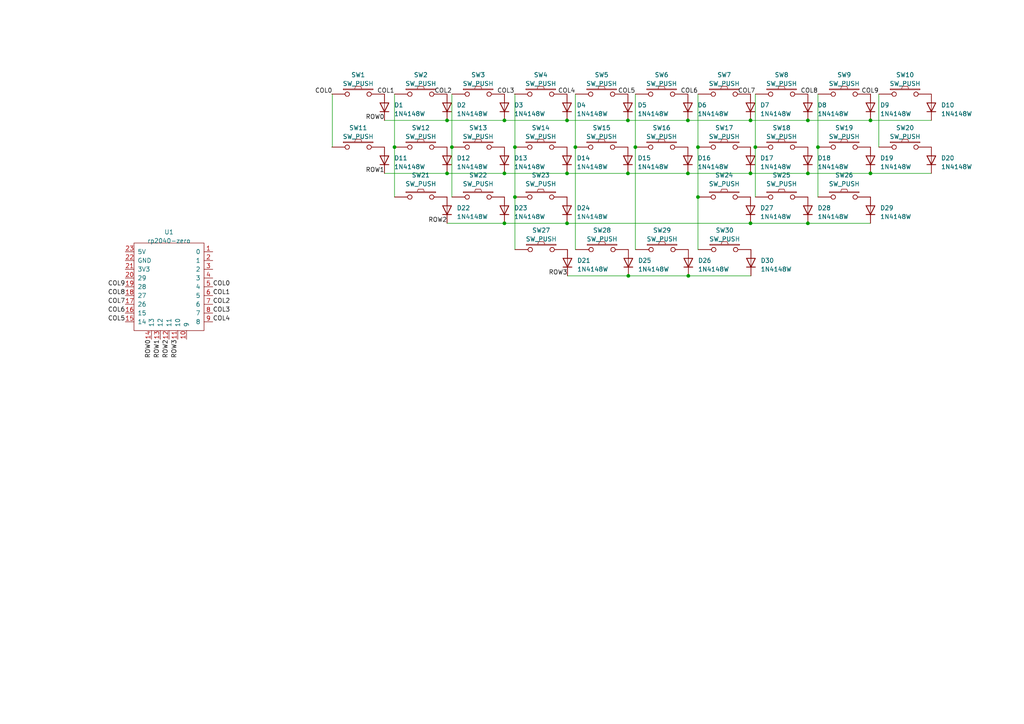
<source format=kicad_sch>
(kicad_sch (version 20230121) (generator eeschema)
  (paper "A4")
  (lib_symbols
    (symbol "Diode:1N4148W" (pin_numbers hide) (pin_names hide)
      (property "Reference" "D" (at 0 2.54 0))
      (property "Value" "1N4148W" (at 0 -2.54 0))
      (symbol "1N4148W_0_1"
        (polyline (pts (xy -1.27 1.27) (xy -1.27 -1.27)) (stroke (width 0.254)))
        (polyline (pts (xy 1.27 0) (xy -1.27 0)))
        (polyline (pts (xy 1.27 1.27) (xy 1.27 -1.27) (xy -1.27 0) (xy 1.27 1.27)) (stroke (width 0.254)))
      )
      (symbol "1N4148W_1_1"
        (pin passive line (at -3.81 0 0) (length 2.54) (name "K") (number "1"))
        (pin passive line (at 3.81 0 180) (length 2.54) (name "A") (number "2"))
      )
    )
    (symbol "kbd:SW_PUSH" (pin_numbers hide) (pin_names (offset 1.016) hide)
      (property "Reference" "SW" (at 3.81 2.794 0))
      (property "Value" "SW_PUSH" (at 0 -2.032 0))
      (symbol "SW_PUSH_0_1"
        (rectangle (start -4.318 1.27) (end 4.318 1.524))
        (polyline (pts (xy -1.016 1.524) (xy -0.762 2.286) (xy 0.762 2.286) (xy 1.016 1.524)))
        (pin passive inverted (at -7.62 0 0) (length 5.08) (name "1") (number "1"))
        (pin passive inverted (at 7.62 0 180) (length 5.08) (name "2") (number "2"))
      )
    )
    (symbol "mcu:rp2040-zero" (pin_names (offset 1.016))
      (property "Reference" "U" (at 0 15.24 0))
      (property "Value" "rp2040-zero" (at 0 12.7 0))
      (symbol "rp2040-zero_0_1"
        (rectangle (start -10.16 11.43) (end 10.16 -13.97))
      )
      (symbol "rp2040-zero_1_1"
        (pin bidirectional line (at 12.7 8.89 180) (length 2.54) (name "0") (number "1"))
        (pin bidirectional line (at 5.08 -16.51 90) (length 2.54) (name "9") (number "10"))
        (pin bidirectional line (at 2.54 -16.51 90) (length 2.54) (name "10") (number "11"))
        (pin bidirectional line (at 0 -16.51 90) (length 2.54) (name "11") (number "12"))
        (pin bidirectional line (at -2.54 -16.51 90) (length 2.54) (name "12") (number "13"))
        (pin bidirectional line (at -5.08 -16.51 90) (length 2.54) (name "13") (number "14"))
        (pin bidirectional line (at -12.7 -11.43 0) (length 2.54) (name "14") (number "15"))
        (pin bidirectional line (at -12.7 -8.89 0) (length 2.54) (name "15") (number "16"))
        (pin bidirectional line (at -12.7 -6.35 0) (length 2.54) (name "26") (number "17"))
        (pin bidirectional line (at -12.7 -3.81 0) (length 2.54) (name "27") (number "18"))
        (pin bidirectional line (at -12.7 -1.27 0) (length 2.54) (name "28") (number "19"))
        (pin bidirectional line (at 12.7 6.35 180) (length 2.54) (name "1") (number "2"))
        (pin bidirectional line (at -12.7 1.27 0) (length 2.54) (name "29") (number "20"))
        (pin power_out line (at -12.7 3.81 0) (length 2.54) (name "3V3") (number "21"))
        (pin power_out line (at -12.7 6.35 0) (length 2.54) (name "GND") (number "22"))
        (pin power_out line (at -12.7 8.89 0) (length 2.54) (name "5V") (number "23"))
        (pin bidirectional line (at 12.7 3.81 180) (length 2.54) (name "2") (number "3"))
        (pin bidirectional line (at 12.7 1.27 180) (length 2.54) (name "3") (number "4"))
        (pin bidirectional line (at 12.7 -1.27 180) (length 2.54) (name "4") (number "5"))
        (pin bidirectional line (at 12.7 -3.81 180) (length 2.54) (name "5") (number "6"))
        (pin bidirectional line (at 12.7 -6.35 180) (length 2.54) (name "6") (number "7"))
        (pin bidirectional line (at 12.7 -8.89 180) (length 2.54) (name "7") (number "8"))
        (pin bidirectional line (at 12.7 -11.43 180) (length 2.54) (name "8") (number "9"))
      )
    )
  )
  (junction (at 131.064 42.672))
  (junction (at 149.352 57.15))
  (junction (at 129.667 34.925))
  (junction (at 164.465 64.77))
  (junction (at 237.236 42.672))
  (junction (at 217.678 64.77))
  (junction (at 114.427 42.672))
  (junction (at 182.118 34.925))
  (junction (at 202.438 42.672))
  (junction (at 199.517 34.925))
  (junction (at 202.438 57.15))
  (junction (at 146.304 64.77))
  (junction (at 164.465 34.925))
  (junction (at 199.517 50.292))
  (junction (at 146.304 50.292))
  (junction (at 234.315 34.925))
  (junction (at 217.678 34.925))
  (junction (at 146.304 34.925))
  (junction (at 182.245 80.01))
  (junction (at 129.667 50.292))
  (junction (at 234.315 50.292))
  (junction (at 164.465 50.292))
  (junction (at 234.315 64.77))
  (junction (at 182.118 50.292))
  (junction (at 199.644 80.01))
  (junction (at 166.878 42.672))
  (junction (at 184.277 42.672))
  (junction (at 217.678 50.292))
  (junction (at 219.075 42.672))
  (junction (at 252.476 34.925))
  (junction (at 149.352 42.672))
  (junction (at 252.476 50.292))
  (wire (pts (xy 149.225 57.15) (xy 149.352 57.15)))
  (wire (pts (xy 217.678 34.925) (xy 234.315 34.925)))
  (wire (pts (xy 166.878 27.305) (xy 166.878 42.672)))
  (wire (pts (xy 96.393 42.672) (xy 96.266 42.672)))
  (wire (pts (xy 164.465 50.292) (xy 182.118 50.292)))
  (wire (pts (xy 146.304 50.292) (xy 164.465 50.292)))
  (wire (pts (xy 217.678 50.292) (xy 234.315 50.292)))
  (wire (pts (xy 234.315 64.77) (xy 252.476 64.77)))
  (wire (pts (xy 164.592 80.01) (xy 182.245 80.01)))
  (wire (pts (xy 129.667 64.77) (xy 146.304 64.77)))
  (wire (pts (xy 182.245 80.01) (xy 199.644 80.01)))
  (wire (pts (xy 149.352 72.39) (xy 149.352 57.15)))
  (wire (pts (xy 199.644 80.01) (xy 217.805 80.01)))
  (wire (pts (xy 199.517 34.925) (xy 217.678 34.925)))
  (wire (pts (xy 254.889 27.305) (xy 254.889 42.672)))
  (wire (pts (xy 114.427 42.672) (xy 114.427 57.15)))
  (wire (pts (xy 184.277 72.39) (xy 184.404 72.39)))
  (wire (pts (xy 164.465 64.77) (xy 217.678 64.77)))
  (wire (pts (xy 129.667 34.925) (xy 146.304 34.925)))
  (wire (pts (xy 149.352 42.672) (xy 149.352 27.305)))
  (wire (pts (xy 252.476 34.925) (xy 270.129 34.925)))
  (wire (pts (xy 111.506 50.292) (xy 129.667 50.292)))
  (wire (pts (xy 166.878 72.39) (xy 167.005 72.39)))
  (wire (pts (xy 237.236 27.305) (xy 237.236 42.672)))
  (wire (pts (xy 217.678 64.77) (xy 234.315 64.77)))
  (wire (pts (xy 182.118 34.925) (xy 199.517 34.925)))
  (wire (pts (xy 234.315 50.292) (xy 252.476 50.292)))
  (wire (pts (xy 131.064 27.305) (xy 131.064 42.672)))
  (wire (pts (xy 202.438 72.39) (xy 202.565 72.39)))
  (wire (pts (xy 252.476 50.292) (xy 270.129 50.292)))
  (wire (pts (xy 202.438 27.305) (xy 202.438 42.672)))
  (wire (pts (xy 114.427 27.305) (xy 114.427 42.672)))
  (wire (pts (xy 166.878 42.672) (xy 166.878 72.39)))
  (wire (pts (xy 96.266 27.305) (xy 96.393 27.305)))
  (wire (pts (xy 146.304 34.925) (xy 164.465 34.925)))
  (wire (pts (xy 182.118 50.292) (xy 199.517 50.292)))
  (wire (pts (xy 202.438 57.15) (xy 202.438 72.39)))
  (wire (pts (xy 149.352 57.15) (xy 149.352 42.672)))
  (wire (pts (xy 219.075 42.672) (xy 219.075 57.15)))
  (wire (pts (xy 164.465 34.925) (xy 182.118 34.925)))
  (wire (pts (xy 184.277 27.305) (xy 184.277 42.672)))
  (wire (pts (xy 234.315 34.925) (xy 252.476 34.925)))
  (wire (pts (xy 219.075 27.305) (xy 219.075 42.672)))
  (wire (pts (xy 184.277 42.672) (xy 184.277 72.39)))
  (wire (pts (xy 131.064 42.672) (xy 131.064 57.15)))
  (wire (pts (xy 202.438 42.672) (xy 202.438 57.15)))
  (wire (pts (xy 146.304 64.77) (xy 164.465 64.77)))
  (wire (pts (xy 96.393 27.305) (xy 96.393 42.672)))
  (wire (pts (xy 199.517 50.292) (xy 217.678 50.292)))
  (wire (pts (xy 149.225 42.672) (xy 149.352 42.672)))
  (wire (pts (xy 129.667 50.292) (xy 146.304 50.292)))
  (wire (pts (xy 149.352 27.305) (xy 149.225 27.305)))
  (wire (pts (xy 111.506 34.925) (xy 129.667 34.925)))
  (wire (pts (xy 237.236 42.672) (xy 237.236 57.15)))
  (label "ROW1" (at 46.482 98.425 270))
  (label "COL5" (at 36.322 93.345 180))
  (label "ROW1" (at 111.506 50.292 180))
  (label "COL3" (at 61.722 90.805 0))
  (label "COL3" (at 149.225 27.305 180))
  (label "COL4" (at 61.722 93.345 0))
  (label "COL2" (at 131.064 27.305 180))
  (label "ROW0" (at 43.942 98.425 270))
  (label "COL4" (at 166.878 27.305 180))
  (label "COL1" (at 61.722 85.725 0))
  (label "COL0" (at 96.393 27.305 180))
  (label "ROW0" (at 111.506 34.925 180))
  (label "COL9" (at 36.322 83.185 180))
  (label "ROW3" (at 164.592 80.01 180))
  (label "COL8" (at 36.322 85.725 180))
  (label "COL1" (at 114.427 27.305 180))
  (label "COL7" (at 36.322 88.265 180))
  (label "COL8" (at 237.236 27.305 180))
  (label "ROW2" (at 49.022 98.425 270))
  (label "COL6" (at 202.438 27.305 180))
  (label "COL0" (at 61.722 83.185 0))
  (label "COL5" (at 184.277 27.305 180))
  (label "COL7" (at 219.075 27.305 180))
  (label "ROW2" (at 129.667 64.77 180))
  (label "COL9" (at 254.889 27.305 180))
  (label "ROW3" (at 51.562 98.425 270))
  (label "COL2" (at 61.722 88.265 0))
  (label "COL6" (at 36.322 90.805 180))
  (symbol (lib_id "kbd:SW_PUSH") (at 156.845 57.15 0) (unit 1)
    (property "Reference" "SW23" (at 156.845 50.8 0))
    (property "Value" "SW_PUSH" (at 156.845 53.34 0))
    (property "Footprint" "PCM_Switch_Keyboard_Kailh:SW_Kailh_Choc_V1_1.00u" (effects hide))
  )
  (symbol (lib_id "Diode:1N4148W") (at 199.644 76.2 90) (unit 1)
    (property "Reference" "D26" (at 202.438 75.565 90) (effects (justify right)))
    (property "Value" "1N4148W" (at 202.438 78.105 90) (effects (justify right)))
    (property "Footprint" "Diode_SMD:D_SOD-123" (effects hide))
    (property "Datasheet" "https://www.vishay.com/docs/85748/1n4148w.pdf" (effects hide))
    (property "Sim.Device" "D" (effects hide))
    (property "Sim.Pins" "1=K 2=A" (effects hide))
  )
  (symbol (lib_id "mcu:rp2040-zero") (at 49.022 81.915 0) (unit 1)
    (property "Reference" "U1" (at 49.022 67.31 0))
    (property "Value" "rp2040-zero" (at 49.022 69.85 0))
    (property "Footprint" "mcu:rp2040-zero-tht-nocut-largerpads" (effects hide))
  )
  (symbol (lib_id "Diode:1N4148W") (at 111.506 46.482 90) (unit 1)
    (property "Reference" "D11" (at 114.3 45.847 90) (effects (justify right)))
    (property "Value" "1N4148W" (at 114.3 48.387 90) (effects (justify right)))
    (property "Footprint" "Diode_SMD:D_SOD-123" (effects hide))
    (property "Datasheet" "https://www.vishay.com/docs/85748/1n4148w.pdf" (effects hide))
    (property "Sim.Device" "D" (effects hide))
    (property "Sim.Pins" "1=K 2=A" (effects hide))
  )
  (symbol (lib_id "kbd:SW_PUSH") (at 174.498 42.672 0) (unit 1)
    (property "Reference" "SW15" (at 174.498 37.084 0))
    (property "Value" "SW_PUSH" (at 174.498 39.624 0))
    (property "Footprint" "PCM_Switch_Keyboard_Kailh:SW_Kailh_Choc_V1_1.00u" (effects hide))
  )
  (symbol (lib_id "kbd:SW_PUSH") (at 122.047 57.15 0) (unit 1)
    (property "Reference" "SW21" (at 122.047 50.8 0))
    (property "Value" "SW_PUSH" (at 122.047 53.34 0))
    (property "Footprint" "PCM_Switch_Keyboard_Kailh:SW_Kailh_Choc_V1_1.00u" (effects hide))
  )
  (symbol (lib_id "kbd:SW_PUSH") (at 262.509 42.672 0) (unit 1)
    (property "Reference" "SW20" (at 262.509 37.084 0))
    (property "Value" "SW_PUSH" (at 262.509 39.624 0))
    (property "Footprint" "PCM_Switch_Keyboard_Kailh:SW_Kailh_Choc_V1_1.00u" (effects hide))
  )
  (symbol (lib_id "kbd:SW_PUSH") (at 103.886 42.672 0) (unit 1)
    (property "Reference" "SW11" (at 103.886 37.084 0))
    (property "Value" "SW_PUSH" (at 103.886 39.624 0))
    (property "Footprint" "PCM_Switch_Keyboard_Kailh:SW_Kailh_Choc_V1_1.00u" (effects hide))
  )
  (symbol (lib_id "kbd:SW_PUSH") (at 138.684 42.672 0) (unit 1)
    (property "Reference" "SW13" (at 138.684 37.084 0))
    (property "Value" "SW_PUSH" (at 138.684 39.624 0))
    (property "Footprint" "PCM_Switch_Keyboard_Kailh:SW_Kailh_Choc_V1_1.00u" (effects hide))
  )
  (symbol (lib_id "Diode:1N4148W") (at 234.315 46.482 90) (unit 1)
    (property "Reference" "D18" (at 237.109 45.847 90) (effects (justify right)))
    (property "Value" "1N4148W" (at 237.109 48.387 90) (effects (justify right)))
    (property "Footprint" "Diode_SMD:D_SOD-123" (effects hide))
    (property "Datasheet" "https://www.vishay.com/docs/85748/1n4148w.pdf" (effects hide))
    (property "Sim.Device" "D" (effects hide))
    (property "Sim.Pins" "1=K 2=A" (effects hide))
  )
  (symbol (lib_id "Diode:1N4148W") (at 199.517 46.482 90) (unit 1)
    (property "Reference" "D16" (at 202.311 45.847 90) (effects (justify right)))
    (property "Value" "1N4148W" (at 202.311 48.387 90) (effects (justify right)))
    (property "Footprint" "Diode_SMD:D_SOD-123" (effects hide))
    (property "Datasheet" "https://www.vishay.com/docs/85748/1n4148w.pdf" (effects hide))
    (property "Sim.Device" "D" (effects hide))
    (property "Sim.Pins" "1=K 2=A" (effects hide))
  )
  (symbol (lib_id "kbd:SW_PUSH") (at 191.897 27.305 0) (unit 1)
    (property "Reference" "SW6" (at 191.897 21.717 0))
    (property "Value" "SW_PUSH" (at 191.897 24.257 0))
    (property "Footprint" "PCM_Switch_Keyboard_Kailh:SW_Kailh_Choc_V1_1.00u" (effects hide))
  )
  (symbol (lib_id "Diode:1N4148W") (at 129.667 31.115 90) (unit 1)
    (property "Reference" "D2" (at 132.461 30.48 90) (effects (justify right)))
    (property "Value" "1N4148W" (at 132.461 33.02 90) (effects (justify right)))
    (property "Footprint" "Diode_SMD:D_SOD-123" (effects hide))
    (property "Datasheet" "https://www.vishay.com/docs/85748/1n4148w.pdf" (effects hide))
    (property "Sim.Device" "D" (effects hide))
    (property "Sim.Pins" "1=K 2=A" (effects hide))
  )
  (symbol (lib_id "Diode:1N4148W") (at 217.805 76.2 90) (unit 1)
    (property "Reference" "D30" (at 220.599 75.565 90) (effects (justify right)))
    (property "Value" "1N4148W" (at 220.599 78.105 90) (effects (justify right)))
    (property "Footprint" "Diode_SMD:D_SOD-123" (effects hide))
    (property "Datasheet" "https://www.vishay.com/docs/85748/1n4148w.pdf" (effects hide))
    (property "Sim.Device" "D" (effects hide))
    (property "Sim.Pins" "1=K 2=A" (effects hide))
  )
  (symbol (lib_id "Diode:1N4148W") (at 129.667 46.482 90) (unit 1)
    (property "Reference" "D12" (at 132.461 45.847 90) (effects (justify right)))
    (property "Value" "1N4148W" (at 132.461 48.387 90) (effects (justify right)))
    (property "Footprint" "Diode_SMD:D_SOD-123" (effects hide))
    (property "Datasheet" "https://www.vishay.com/docs/85748/1n4148w.pdf" (effects hide))
    (property "Sim.Device" "D" (effects hide))
    (property "Sim.Pins" "1=K 2=A" (effects hide))
  )
  (symbol (lib_id "kbd:SW_PUSH") (at 262.509 27.305 0) (unit 1)
    (property "Reference" "SW10" (at 262.509 21.717 0))
    (property "Value" "SW_PUSH" (at 262.509 24.257 0))
    (property "Footprint" "PCM_Switch_Keyboard_Kailh:SW_Kailh_Choc_V1_1.00u" (effects hide))
  )
  (symbol (lib_id "kbd:SW_PUSH") (at 174.625 72.39 0) (unit 1)
    (property "Reference" "SW28" (at 174.625 66.802 0))
    (property "Value" "SW_PUSH" (at 174.625 69.342 0))
    (property "Footprint" "PCM_Switch_Keyboard_Kailh:SW_Kailh_Choc_V1_1.00u" (effects hide))
  )
  (symbol (lib_id "Diode:1N4148W") (at 182.118 31.115 90) (unit 1)
    (property "Reference" "D5" (at 184.912 30.48 90) (effects (justify right)))
    (property "Value" "1N4148W" (at 184.912 33.02 90) (effects (justify right)))
    (property "Footprint" "Diode_SMD:D_SOD-123" (effects hide))
    (property "Datasheet" "https://www.vishay.com/docs/85748/1n4148w.pdf" (effects hide))
    (property "Sim.Device" "D" (effects hide))
    (property "Sim.Pins" "1=K 2=A" (effects hide))
  )
  (symbol (lib_id "kbd:SW_PUSH") (at 210.058 27.305 0) (unit 1)
    (property "Reference" "SW7" (at 210.058 21.717 0))
    (property "Value" "SW_PUSH" (at 210.058 24.257 0))
    (property "Footprint" "PCM_Switch_Keyboard_Kailh:SW_Kailh_Choc_V1_1.00u" (effects hide))
  )
  (symbol (lib_id "kbd:SW_PUSH") (at 156.845 42.672 0) (unit 1)
    (property "Reference" "SW14" (at 156.845 37.084 0))
    (property "Value" "SW_PUSH" (at 156.845 39.624 0))
    (property "Footprint" "PCM_Switch_Keyboard_Kailh:SW_Kailh_Choc_V1_1.00u" (effects hide))
  )
  (symbol (lib_id "Diode:1N4148W") (at 252.476 60.96 90) (unit 1)
    (property "Reference" "D29" (at 255.27 60.325 90) (effects (justify right)))
    (property "Value" "1N4148W" (at 255.27 62.865 90) (effects (justify right)))
    (property "Footprint" "Diode_SMD:D_SOD-123" (effects hide))
    (property "Datasheet" "https://www.vishay.com/docs/85748/1n4148w.pdf" (effects hide))
    (property "Sim.Device" "D" (effects hide))
    (property "Sim.Pins" "1=K 2=A" (effects hide))
  )
  (symbol (lib_id "kbd:SW_PUSH") (at 210.058 42.672 0) (unit 1)
    (property "Reference" "SW17" (at 210.058 37.084 0))
    (property "Value" "SW_PUSH" (at 210.058 39.624 0))
    (property "Footprint" "PCM_Switch_Keyboard_Kailh:SW_Kailh_Choc_V1_1.00u" (effects hide))
  )
  (symbol (lib_id "Diode:1N4148W") (at 252.476 31.115 90) (unit 1)
    (property "Reference" "D9" (at 255.27 30.48 90) (effects (justify right)))
    (property "Value" "1N4148W" (at 255.27 33.02 90) (effects (justify right)))
    (property "Footprint" "Diode_SMD:D_SOD-123" (effects hide))
    (property "Datasheet" "https://www.vishay.com/docs/85748/1n4148w.pdf" (effects hide))
    (property "Sim.Device" "D" (effects hide))
    (property "Sim.Pins" "1=K 2=A" (effects hide))
  )
  (symbol (lib_id "Diode:1N4148W") (at 129.667 60.96 90) (unit 1)
    (property "Reference" "D22" (at 132.461 60.325 90) (effects (justify right)))
    (property "Value" "1N4148W" (at 132.461 62.865 90) (effects (justify right)))
    (property "Footprint" "Diode_SMD:D_SOD-123" (effects hide))
    (property "Datasheet" "https://www.vishay.com/docs/85748/1n4148w.pdf" (effects hide))
    (property "Sim.Device" "D" (effects hide))
    (property "Sim.Pins" "1=K 2=A" (effects hide))
  )
  (symbol (lib_id "kbd:SW_PUSH") (at 138.684 27.305 0) (unit 1)
    (property "Reference" "SW3" (at 138.684 21.717 0))
    (property "Value" "SW_PUSH" (at 138.684 24.257 0))
    (property "Footprint" "PCM_Switch_Keyboard_Kailh:SW_Kailh_Choc_V1_1.00u" (effects hide))
  )
  (symbol (lib_id "kbd:SW_PUSH") (at 210.058 57.15 0) (unit 1)
    (property "Reference" "SW24" (at 210.058 50.8 0))
    (property "Value" "SW_PUSH" (at 210.058 53.34 0))
    (property "Footprint" "PCM_Switch_Keyboard_Kailh:SW_Kailh_Choc_V1_1.00u" (effects hide))
  )
  (symbol (lib_id "Diode:1N4148W") (at 199.517 31.115 90) (unit 1)
    (property "Reference" "D6" (at 202.311 30.48 90) (effects (justify right)))
    (property "Value" "1N4148W" (at 202.311 33.02 90) (effects (justify right)))
    (property "Footprint" "Diode_SMD:D_SOD-123" (effects hide))
    (property "Datasheet" "https://www.vishay.com/docs/85748/1n4148w.pdf" (effects hide))
    (property "Sim.Device" "D" (effects hide))
    (property "Sim.Pins" "1=K 2=A" (effects hide))
  )
  (symbol (lib_id "Diode:1N4148W") (at 164.592 76.2 90) (unit 1)
    (property "Reference" "D21" (at 167.386 75.565 90) (effects (justify right)))
    (property "Value" "1N4148W" (at 167.386 78.105 90) (effects (justify right)))
    (property "Footprint" "Diode_SMD:D_SOD-123" (effects hide))
    (property "Datasheet" "https://www.vishay.com/docs/85748/1n4148w.pdf" (effects hide))
    (property "Sim.Device" "D" (effects hide))
    (property "Sim.Pins" "1=K 2=A" (effects hide))
  )
  (symbol (lib_id "Diode:1N4148W") (at 217.678 60.96 90) (unit 1)
    (property "Reference" "D27" (at 220.472 60.325 90) (effects (justify right)))
    (property "Value" "1N4148W" (at 220.472 62.865 90) (effects (justify right)))
    (property "Footprint" "Diode_SMD:D_SOD-123" (effects hide))
    (property "Datasheet" "https://www.vishay.com/docs/85748/1n4148w.pdf" (effects hide))
    (property "Sim.Device" "D" (effects hide))
    (property "Sim.Pins" "1=K 2=A" (effects hide))
  )
  (symbol (lib_id "kbd:SW_PUSH") (at 244.856 57.15 0) (unit 1)
    (property "Reference" "SW26" (at 244.856 50.8 0))
    (property "Value" "SW_PUSH" (at 244.856 53.34 0))
    (property "Footprint" "PCM_Switch_Keyboard_Kailh:SW_Kailh_Choc_V1_1.00u" (effects hide))
  )
  (symbol (lib_id "kbd:SW_PUSH") (at 138.684 57.15 0) (unit 1)
    (property "Reference" "SW22" (at 138.684 50.8 0))
    (property "Value" "SW_PUSH" (at 138.684 53.34 0))
    (property "Footprint" "PCM_Switch_Keyboard_Kailh:SW_Kailh_Choc_V1_1.00u" (effects hide))
  )
  (symbol (lib_id "Diode:1N4148W") (at 217.678 46.482 90) (unit 1)
    (property "Reference" "D17" (at 220.472 45.847 90) (effects (justify right)))
    (property "Value" "1N4148W" (at 220.472 48.387 90) (effects (justify right)))
    (property "Footprint" "Diode_SMD:D_SOD-123" (effects hide))
    (property "Datasheet" "https://www.vishay.com/docs/85748/1n4148w.pdf" (effects hide))
    (property "Sim.Device" "D" (effects hide))
    (property "Sim.Pins" "1=K 2=A" (effects hide))
  )
  (symbol (lib_id "Diode:1N4148W") (at 217.678 31.115 90) (unit 1)
    (property "Reference" "D7" (at 220.472 30.48 90) (effects (justify right)))
    (property "Value" "1N4148W" (at 220.472 33.02 90) (effects (justify right)))
    (property "Footprint" "Diode_SMD:D_SOD-123" (effects hide))
    (property "Datasheet" "https://www.vishay.com/docs/85748/1n4148w.pdf" (effects hide))
    (property "Sim.Device" "D" (effects hide))
    (property "Sim.Pins" "1=K 2=A" (effects hide))
  )
  (symbol (lib_id "Diode:1N4148W") (at 164.465 31.115 90) (unit 1)
    (property "Reference" "D4" (at 167.259 30.48 90) (effects (justify right)))
    (property "Value" "1N4148W" (at 167.259 33.02 90) (effects (justify right)))
    (property "Footprint" "Diode_SMD:D_SOD-123" (effects hide))
    (property "Datasheet" "https://www.vishay.com/docs/85748/1n4148w.pdf" (effects hide))
    (property "Sim.Device" "D" (effects hide))
    (property "Sim.Pins" "1=K 2=A" (effects hide))
  )
  (symbol (lib_id "Diode:1N4148W") (at 146.304 31.115 90) (unit 1)
    (property "Reference" "D3" (at 149.098 30.48 90) (effects (justify right)))
    (property "Value" "1N4148W" (at 149.098 33.02 90) (effects (justify right)))
    (property "Footprint" "Diode_SMD:D_SOD-123" (effects hide))
    (property "Datasheet" "https://www.vishay.com/docs/85748/1n4148w.pdf" (effects hide))
    (property "Sim.Device" "D" (effects hide))
    (property "Sim.Pins" "1=K 2=A" (effects hide))
  )
  (symbol (lib_id "Diode:1N4148W") (at 270.129 46.482 90) (unit 1)
    (property "Reference" "D20" (at 272.923 45.847 90) (effects (justify right)))
    (property "Value" "1N4148W" (at 272.923 48.387 90) (effects (justify right)))
    (property "Footprint" "Diode_SMD:D_SOD-123" (effects hide))
    (property "Datasheet" "https://www.vishay.com/docs/85748/1n4148w.pdf" (effects hide))
    (property "Sim.Device" "D" (effects hide))
    (property "Sim.Pins" "1=K 2=A" (effects hide))
  )
  (symbol (lib_id "kbd:SW_PUSH") (at 156.845 27.305 0) (unit 1)
    (property "Reference" "SW4" (at 156.845 21.717 0))
    (property "Value" "SW_PUSH" (at 156.845 24.257 0))
    (property "Footprint" "PCM_Switch_Keyboard_Kailh:SW_Kailh_Choc_V1_1.00u" (effects hide))
  )
  (symbol (lib_id "Diode:1N4148W") (at 234.315 60.96 90) (unit 1)
    (property "Reference" "D28" (at 237.109 60.325 90) (effects (justify right)))
    (property "Value" "1N4148W" (at 237.109 62.865 90) (effects (justify right)))
    (property "Footprint" "Diode_SMD:D_SOD-123" (effects hide))
    (property "Datasheet" "https://www.vishay.com/docs/85748/1n4148w.pdf" (effects hide))
    (property "Sim.Device" "D" (effects hide))
    (property "Sim.Pins" "1=K 2=A" (effects hide))
  )
  (symbol (lib_id "kbd:SW_PUSH") (at 226.695 57.15 0) (unit 1)
    (property "Reference" "SW25" (at 226.695 50.8 0))
    (property "Value" "SW_PUSH" (at 226.695 53.34 0))
    (property "Footprint" "PCM_Switch_Keyboard_Kailh:SW_Kailh_Choc_V1_1.00u" (effects hide))
  )
  (symbol (lib_id "kbd:SW_PUSH") (at 156.972 72.39 0) (unit 1)
    (property "Reference" "SW27" (at 156.972 66.802 0))
    (property "Value" "SW_PUSH" (at 156.972 69.342 0))
    (property "Footprint" "PCM_Switch_Keyboard_Kailh:SW_Kailh_Choc_V1_1.00u" (effects hide))
  )
  (symbol (lib_id "Diode:1N4148W") (at 164.465 60.96 90) (unit 1)
    (property "Reference" "D24" (at 167.259 60.325 90) (effects (justify right)))
    (property "Value" "1N4148W" (at 167.259 62.865 90) (effects (justify right)))
    (property "Footprint" "Diode_SMD:D_SOD-123" (effects hide))
    (property "Datasheet" "https://www.vishay.com/docs/85748/1n4148w.pdf" (effects hide))
    (property "Sim.Device" "D" (effects hide))
    (property "Sim.Pins" "1=K 2=A" (effects hide))
  )
  (symbol (lib_id "kbd:SW_PUSH") (at 191.897 42.672 0) (unit 1)
    (property "Reference" "SW16" (at 191.897 37.084 0))
    (property "Value" "SW_PUSH" (at 191.897 39.624 0))
    (property "Footprint" "PCM_Switch_Keyboard_Kailh:SW_Kailh_Choc_V1_1.00u" (effects hide))
  )
  (symbol (lib_id "Diode:1N4148W") (at 164.465 46.482 90) (unit 1)
    (property "Reference" "D14" (at 167.259 45.847 90) (effects (justify right)))
    (property "Value" "1N4148W" (at 167.259 48.387 90) (effects (justify right)))
    (property "Footprint" "Diode_SMD:D_SOD-123" (effects hide))
    (property "Datasheet" "https://www.vishay.com/docs/85748/1n4148w.pdf" (effects hide))
    (property "Sim.Device" "D" (effects hide))
    (property "Sim.Pins" "1=K 2=A" (effects hide))
  )
  (symbol (lib_id "Diode:1N4148W") (at 146.304 60.96 90) (unit 1)
    (property "Reference" "D23" (at 149.098 60.325 90) (effects (justify right)))
    (property "Value" "1N4148W" (at 149.098 62.865 90) (effects (justify right)))
    (property "Footprint" "Diode_SMD:D_SOD-123" (effects hide))
    (property "Datasheet" "https://www.vishay.com/docs/85748/1n4148w.pdf" (effects hide))
    (property "Sim.Device" "D" (effects hide))
    (property "Sim.Pins" "1=K 2=A" (effects hide))
  )
  (symbol (lib_id "Diode:1N4148W") (at 234.315 31.115 90) (unit 1)
    (property "Reference" "D8" (at 237.109 30.48 90) (effects (justify right)))
    (property "Value" "1N4148W" (at 237.109 33.02 90) (effects (justify right)))
    (property "Footprint" "Diode_SMD:D_SOD-123" (effects hide))
    (property "Datasheet" "https://www.vishay.com/docs/85748/1n4148w.pdf" (effects hide))
    (property "Sim.Device" "D" (effects hide))
    (property "Sim.Pins" "1=K 2=A" (effects hide))
  )
  (symbol (lib_id "Diode:1N4148W") (at 111.506 31.115 90) (unit 1)
    (property "Reference" "D1" (at 114.3 30.48 90) (effects (justify right)))
    (property "Value" "1N4148W" (at 114.3 33.02 90) (effects (justify right)))
    (property "Footprint" "Diode_SMD:D_SOD-123" (effects hide))
    (property "Datasheet" "https://www.vishay.com/docs/85748/1n4148w.pdf" (effects hide))
    (property "Sim.Device" "D" (effects hide))
    (property "Sim.Pins" "1=K 2=A" (effects hide))
  )
  (symbol (lib_id "kbd:SW_PUSH") (at 192.024 72.39 0) (unit 1)
    (property "Reference" "SW29" (at 192.024 66.802 0))
    (property "Value" "SW_PUSH" (at 192.024 69.342 0))
    (property "Footprint" "PCM_Switch_Keyboard_Kailh:SW_Kailh_Choc_V1_1.00u" (effects hide))
  )
  (symbol (lib_id "kbd:SW_PUSH") (at 103.886 27.305 0) (unit 1)
    (property "Reference" "SW1" (at 103.886 21.717 0))
    (property "Value" "SW_PUSH" (at 103.886 24.257 0))
    (property "Footprint" "PCM_Switch_Keyboard_Kailh:SW_Kailh_Choc_V1_1.00u" (effects hide))
  )
  (symbol (lib_id "Diode:1N4148W") (at 270.129 31.115 90) (unit 1)
    (property "Reference" "D10" (at 272.923 30.48 90) (effects (justify right)))
    (property "Value" "1N4148W" (at 272.923 33.02 90) (effects (justify right)))
    (property "Footprint" "Diode_SMD:D_SOD-123" (effects hide))
    (property "Datasheet" "https://www.vishay.com/docs/85748/1n4148w.pdf" (effects hide))
    (property "Sim.Device" "D" (effects hide))
    (property "Sim.Pins" "1=K 2=A" (effects hide))
  )
  (symbol (lib_id "kbd:SW_PUSH") (at 122.047 42.672 0) (unit 1)
    (property "Reference" "SW12" (at 122.047 37.084 0))
    (property "Value" "SW_PUSH" (at 122.047 39.624 0))
    (property "Footprint" "PCM_Switch_Keyboard_Kailh:SW_Kailh_Choc_V1_1.00u" (effects hide))
  )
  (symbol (lib_id "Diode:1N4148W") (at 182.245 76.2 90) (unit 1)
    (property "Reference" "D25" (at 185.039 75.565 90) (effects (justify right)))
    (property "Value" "1N4148W" (at 185.039 78.105 90) (effects (justify right)))
    (property "Footprint" "Diode_SMD:D_SOD-123" (effects hide))
    (property "Datasheet" "https://www.vishay.com/docs/85748/1n4148w.pdf" (effects hide))
    (property "Sim.Device" "D" (effects hide))
    (property "Sim.Pins" "1=K 2=A" (effects hide))
  )
  (symbol (lib_id "kbd:SW_PUSH") (at 226.695 42.672 0) (unit 1)
    (property "Reference" "SW18" (at 226.695 37.084 0))
    (property "Value" "SW_PUSH" (at 226.695 39.624 0))
    (property "Footprint" "PCM_Switch_Keyboard_Kailh:SW_Kailh_Choc_V1_1.00u" (effects hide))
  )
  (symbol (lib_id "kbd:SW_PUSH") (at 244.856 42.672 0) (unit 1)
    (property "Reference" "SW19" (at 244.856 37.084 0))
    (property "Value" "SW_PUSH" (at 244.856 39.624 0))
    (property "Footprint" "PCM_Switch_Keyboard_Kailh:SW_Kailh_Choc_V1_1.00u" (effects hide))
  )
  (symbol (lib_id "kbd:SW_PUSH") (at 174.498 27.305 0) (unit 1)
    (property "Reference" "SW5" (at 174.498 21.717 0))
    (property "Value" "SW_PUSH" (at 174.498 24.257 0))
    (property "Footprint" "PCM_Switch_Keyboard_Kailh:SW_Kailh_Choc_V1_1.00u" (effects hide))
  )
  (symbol (lib_id "Diode:1N4148W") (at 182.118 46.482 90) (unit 1)
    (property "Reference" "D15" (at 184.912 45.847 90) (effects (justify right)))
    (property "Value" "1N4148W" (at 184.912 48.387 90) (effects (justify right)))
    (property "Footprint" "Diode_SMD:D_SOD-123" (effects hide))
    (property "Datasheet" "https://www.vishay.com/docs/85748/1n4148w.pdf" (effects hide))
    (property "Sim.Device" "D" (effects hide))
    (property "Sim.Pins" "1=K 2=A" (effects hide))
  )
  (symbol (lib_id "kbd:SW_PUSH") (at 122.047 27.305 0) (unit 1)
    (property "Reference" "SW2" (at 122.047 21.717 0))
    (property "Value" "SW_PUSH" (at 122.047 24.257 0))
    (property "Footprint" "PCM_Switch_Keyboard_Kailh:SW_Kailh_Choc_V1_1.00u" (effects hide))
  )
  (symbol (lib_id "kbd:SW_PUSH") (at 210.185 72.39 0) (unit 1)
    (property "Reference" "SW30" (at 210.185 66.802 0))
    (property "Value" "SW_PUSH" (at 210.185 69.342 0))
    (property "Footprint" "PCM_Switch_Keyboard_Kailh:SW_Kailh_Choc_V1_1.00u" (effects hide))
  )
  (symbol (lib_id "Diode:1N4148W") (at 252.476 46.482 90) (unit 1)
    (property "Reference" "D19" (at 255.27 45.847 90) (effects (justify right)))
    (property "Value" "1N4148W" (at 255.27 48.387 90) (effects (justify right)))
    (property "Footprint" "Diode_SMD:D_SOD-123" (effects hide))
    (property "Datasheet" "https://www.vishay.com/docs/85748/1n4148w.pdf" (effects hide))
    (property "Sim.Device" "D" (effects hide))
    (property "Sim.Pins" "1=K 2=A" (effects hide))
  )
  (symbol (lib_id "kbd:SW_PUSH") (at 244.856 27.305 0) (unit 1)
    (property "Reference" "SW9" (at 244.856 21.717 0))
    (property "Value" "SW_PUSH" (at 244.856 24.257 0))
    (property "Footprint" "PCM_Switch_Keyboard_Kailh:SW_Kailh_Choc_V1_1.00u" (effects hide))
  )
  (symbol (lib_id "Diode:1N4148W") (at 146.304 46.482 90) (unit 1)
    (property "Reference" "D13" (at 149.098 45.847 90) (effects (justify right)))
    (property "Value" "1N4148W" (at 149.098 48.387 90) (effects (justify right)))
    (property "Footprint" "Diode_SMD:D_SOD-123" (effects hide))
    (property "Datasheet" "https://www.vishay.com/docs/85748/1n4148w.pdf" (effects hide))
    (property "Sim.Device" "D" (effects hide))
    (property "Sim.Pins" "1=K 2=A" (effects hide))
  )
  (symbol (lib_id "kbd:SW_PUSH") (at 226.695 27.305 0) (unit 1)
    (property "Reference" "SW8" (at 226.695 21.717 0))
    (property "Value" "SW_PUSH" (at 226.695 24.257 0))
    (property "Footprint" "PCM_Switch_Keyboard_Kailh:SW_Kailh_Choc_V1_1.00u" (effects hide))
  )
)
</source>
